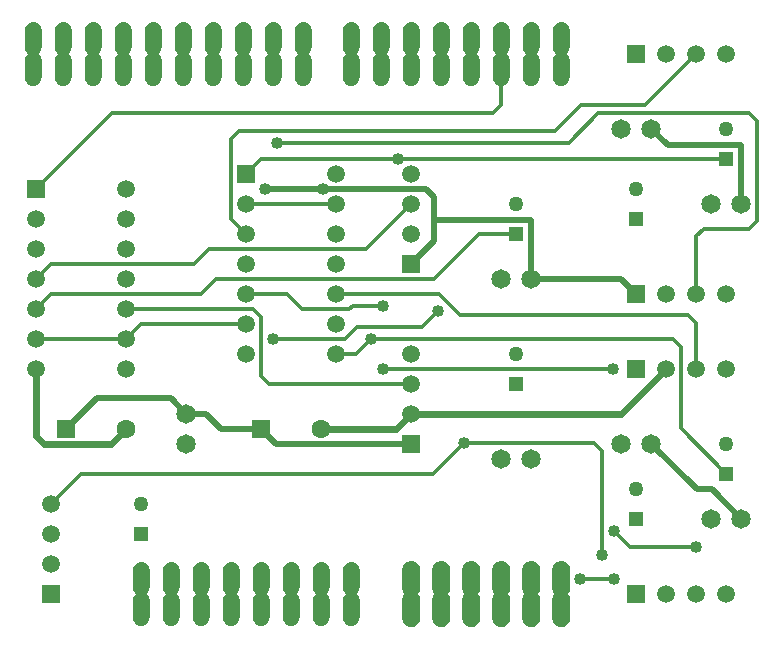
<source format=gbr>
G04 DipTrace 2.4.0.2*
%INTop.gbr*%
%MOIN*%
%ADD14C,0.02*%
%ADD15C,0.024*%
%ADD16C,0.013*%
%ADD18C,0.05*%
%ADD19R,0.05X0.05*%
%ADD20R,0.0591X0.0591*%
%ADD21C,0.0591*%
%ADD22C,0.065*%
%ADD23C,0.063*%
%ADD24R,0.063X0.063*%
%ADD25C,0.04*%
%FSLAX44Y44*%
G04*
G70*
G90*
G75*
G01*
%LNTop*%
%LPD*%
X25940Y20940D2*
D14*
X26495Y20385D1*
X28940D1*
Y18440D1*
X25440Y15440D2*
X24940Y15940D1*
X21940D1*
X17940Y10440D2*
X15907D1*
X15897Y10430D1*
X13450D1*
X12940Y10940D1*
X25940Y10440D2*
X27465Y8915D1*
X27965D1*
X28940Y7940D1*
X21940Y15940D2*
Y17885D1*
X18690D1*
Y18680D1*
X18430Y18940D1*
X14998D1*
X13065D1*
X18690Y17885D2*
Y17190D1*
X17940Y16440D1*
X10440Y11440D2*
X9920Y11960D1*
X7460D1*
X6440Y10940D1*
X12940D2*
X11606D1*
X11106Y11440D1*
X10440D1*
X24295Y6731D2*
D16*
Y10200D1*
X24035Y10460D1*
X19710D1*
X18670Y9421D1*
X6921D1*
X5940Y8440D1*
X5440Y13940D2*
X8440D1*
X23570Y5940D2*
X24690D1*
X12440Y18440D2*
X15440D1*
X8440Y13940D2*
X8940Y14440D1*
X12440D1*
X20940Y22940D2*
Y21720D1*
X20680Y21460D1*
X7960D1*
X5440Y18940D1*
X21440Y17440D2*
X20215D1*
X18705Y15930D1*
X11448D1*
X10948Y15430D1*
X5930D1*
X5440Y14940D1*
X13325Y13930D2*
X15733D1*
X16128Y14325D1*
X18295D1*
X18825Y14855D1*
X17498Y19940D2*
X12940D1*
X12440Y19440D1*
X28440Y19940D2*
X25460D1*
X17498D1*
X24680Y12930D2*
X16990D1*
Y15045D2*
X15988D1*
X15873Y14930D1*
X14301D1*
X13791Y15440D1*
X12440D1*
X15440Y13440D2*
X16105D1*
X16595Y13930D1*
X26670D1*
X26930Y13670D1*
Y10950D1*
X28440Y9440D1*
X14940Y10940D2*
D15*
X17440D1*
X17940Y11440D1*
X5440Y12940D2*
Y10690D1*
X5700Y10430D1*
X7930D1*
X8440Y10940D1*
X17940Y11440D2*
X24940D1*
X26440Y12940D1*
X13460Y20470D2*
D16*
X23187D1*
X24177Y21460D1*
X29200D1*
X29460Y21200D1*
Y17869D1*
X29200Y17610D1*
X27700D1*
X27440Y17350D1*
Y15440D1*
X5440Y15940D2*
X5930Y16430D1*
X10688D1*
X11188Y16930D1*
X16430D1*
X17940Y18440D1*
X8440Y14940D2*
X12670D1*
X12930Y14680D1*
Y12700D1*
X13190Y12440D1*
X17940D1*
X12440Y17440D2*
X11950Y17930D1*
Y20605D1*
X12210Y20865D1*
X22735D1*
X23590Y21720D1*
X25720D1*
X27440Y23440D1*
Y6990D2*
X25220D1*
X24690Y7520D1*
X15440Y15440D2*
X18860D1*
X19580Y14720D1*
X27180D1*
X27440Y14460D1*
Y12940D1*
D25*
X13065Y18940D3*
X14998D3*
X19710Y10460D3*
X24295Y6731D3*
X24690Y5940D3*
X23570D3*
X18825Y14855D3*
X13325Y13930D3*
X17498Y19940D3*
X16990Y12930D3*
X24680D3*
X16990Y15045D3*
X16595Y13930D3*
X13460Y20470D3*
X24690Y7520D3*
X27440Y6990D3*
G36*
X17640Y5240D2*
X17658Y5343D1*
X17710Y5433D1*
X17790Y5500D1*
X17888Y5536D1*
X17992D1*
X18090Y5500D1*
X18170Y5433D1*
X18222Y5343D1*
X18240Y5240D1*
Y4640D1*
X18222Y4538D1*
X18170Y4448D1*
X18090Y4380D1*
X17993Y4345D1*
X17888D1*
X17790Y4380D1*
X17711Y4447D1*
X17658Y4537D1*
X17640Y4640D1*
Y5240D1*
G37*
G36*
X18640D2*
X18658Y5343D1*
X18710Y5433D1*
X18790Y5500D1*
X18888Y5536D1*
X18992D1*
X19090Y5500D1*
X19170Y5433D1*
X19222Y5343D1*
X19240Y5240D1*
Y4640D1*
X19222Y4538D1*
X19170Y4448D1*
X19090Y4380D1*
X18993Y4345D1*
X18888D1*
X18790Y4380D1*
X18711Y4447D1*
X18658Y4537D1*
X18640Y4640D1*
Y5240D1*
G37*
G36*
X19640D2*
X19658Y5343D1*
X19710Y5433D1*
X19790Y5500D1*
X19888Y5536D1*
X19992D1*
X20090Y5500D1*
X20170Y5433D1*
X20222Y5343D1*
X20240Y5240D1*
Y4640D1*
X20222Y4538D1*
X20170Y4448D1*
X20090Y4380D1*
X19993Y4345D1*
X19888D1*
X19790Y4380D1*
X19711Y4447D1*
X19658Y4537D1*
X19640Y4640D1*
Y5240D1*
G37*
G36*
X20640D2*
X20658Y5343D1*
X20710Y5433D1*
X20790Y5500D1*
X20888Y5536D1*
X20992D1*
X21090Y5500D1*
X21170Y5433D1*
X21222Y5343D1*
X21240Y5240D1*
Y4640D1*
X21222Y4538D1*
X21170Y4448D1*
X21090Y4380D1*
X20993Y4345D1*
X20888D1*
X20790Y4380D1*
X20711Y4447D1*
X20658Y4537D1*
X20640Y4640D1*
Y5240D1*
G37*
G36*
X21640D2*
X21658Y5343D1*
X21710Y5433D1*
X21790Y5500D1*
X21888Y5536D1*
X21992D1*
X22090Y5500D1*
X22170Y5433D1*
X22222Y5343D1*
X22240Y5240D1*
Y4640D1*
X22222Y4538D1*
X22170Y4448D1*
X22090Y4380D1*
X21993Y4345D1*
X21888D1*
X21790Y4380D1*
X21711Y4447D1*
X21658Y4537D1*
X21640Y4640D1*
Y5240D1*
G37*
G36*
X22640D2*
X22658Y5343D1*
X22710Y5433D1*
X22790Y5500D1*
X22888Y5536D1*
X22992D1*
X23090Y5500D1*
X23170Y5433D1*
X23222Y5343D1*
X23240Y5240D1*
Y4640D1*
X23222Y4538D1*
X23170Y4448D1*
X23090Y4380D1*
X22993Y4345D1*
X22888D1*
X22790Y4380D1*
X22711Y4447D1*
X22658Y4537D1*
X22640Y4640D1*
Y5240D1*
G37*
G36*
X23227Y23653D2*
X23210Y23555D1*
X23160Y23469D1*
X23084Y23405D1*
X22990Y23371D1*
X22891Y23370D1*
X22797Y23404D1*
X22720Y23468D1*
X22671Y23555D1*
X22653Y23653D1*
Y24227D1*
X22670Y24325D1*
X22720Y24411D1*
X22796Y24476D1*
X22890Y24510D1*
X22990D1*
X23083Y24476D1*
X23160Y24412D1*
X23210Y24326D1*
X23227Y24227D1*
Y23653D1*
G37*
G36*
X22227D2*
X22210Y23555D1*
X22160Y23469D1*
X22084Y23405D1*
X21990Y23371D1*
X21891Y23370D1*
X21797Y23404D1*
X21720Y23468D1*
X21671Y23555D1*
X21653Y23653D1*
Y24227D1*
X21670Y24325D1*
X21720Y24411D1*
X21796Y24476D1*
X21890Y24510D1*
X21990D1*
X22083Y24476D1*
X22160Y24412D1*
X22210Y24326D1*
X22227Y24227D1*
Y23653D1*
G37*
G36*
X21227D2*
X21210Y23555D1*
X21160Y23469D1*
X21084Y23405D1*
X20990Y23371D1*
X20891Y23370D1*
X20797Y23404D1*
X20720Y23468D1*
X20671Y23555D1*
X20653Y23653D1*
Y24227D1*
X20670Y24325D1*
X20720Y24411D1*
X20796Y24476D1*
X20890Y24510D1*
X20990D1*
X21083Y24476D1*
X21160Y24412D1*
X21210Y24326D1*
X21227Y24227D1*
Y23653D1*
G37*
G36*
X20227D2*
X20210Y23555D1*
X20160Y23469D1*
X20084Y23405D1*
X19990Y23371D1*
X19891Y23370D1*
X19797Y23404D1*
X19720Y23468D1*
X19671Y23555D1*
X19653Y23653D1*
Y24227D1*
X19670Y24325D1*
X19720Y24411D1*
X19796Y24476D1*
X19890Y24510D1*
X19990D1*
X20083Y24476D1*
X20160Y24412D1*
X20210Y24326D1*
X20227Y24227D1*
Y23653D1*
G37*
G36*
X19227D2*
X19210Y23555D1*
X19160Y23469D1*
X19084Y23405D1*
X18990Y23371D1*
X18891Y23370D1*
X18797Y23404D1*
X18720Y23468D1*
X18671Y23555D1*
X18653Y23653D1*
Y24227D1*
X18670Y24325D1*
X18720Y24411D1*
X18796Y24476D1*
X18890Y24510D1*
X18990D1*
X19083Y24476D1*
X19160Y24412D1*
X19210Y24326D1*
X19227Y24227D1*
Y23653D1*
G37*
G36*
X18227D2*
X18210Y23555D1*
X18160Y23469D1*
X18084Y23405D1*
X17990Y23371D1*
X17891Y23370D1*
X17797Y23404D1*
X17720Y23468D1*
X17671Y23555D1*
X17653Y23653D1*
Y24227D1*
X17670Y24325D1*
X17720Y24411D1*
X17796Y24476D1*
X17890Y24510D1*
X17990D1*
X18083Y24476D1*
X18160Y24412D1*
X18210Y24326D1*
X18227Y24227D1*
Y23653D1*
G37*
G36*
X17227D2*
X17210Y23555D1*
X17160Y23469D1*
X17084Y23405D1*
X16990Y23371D1*
X16891Y23370D1*
X16797Y23404D1*
X16720Y23468D1*
X16671Y23555D1*
X16653Y23653D1*
Y24227D1*
X16670Y24325D1*
X16720Y24411D1*
X16796Y24476D1*
X16890Y24510D1*
X16990D1*
X17083Y24476D1*
X17160Y24412D1*
X17210Y24326D1*
X17227Y24227D1*
Y23653D1*
G37*
G36*
X16227D2*
X16210Y23555D1*
X16160Y23469D1*
X16084Y23405D1*
X15990Y23371D1*
X15891Y23370D1*
X15797Y23404D1*
X15720Y23468D1*
X15671Y23555D1*
X15653Y23653D1*
Y24227D1*
X15670Y24325D1*
X15720Y24411D1*
X15796Y24476D1*
X15890Y24510D1*
X15990D1*
X16083Y24476D1*
X16160Y24412D1*
X16210Y24326D1*
X16227Y24227D1*
Y23653D1*
G37*
G36*
X8653Y5227D2*
X8670Y5325D1*
X8720Y5411D1*
X8796Y5476D1*
X8890Y5510D1*
X8990D1*
X9083Y5476D1*
X9160Y5412D1*
X9210Y5326D1*
X9227Y5227D1*
Y4653D1*
X9210Y4555D1*
X9160Y4469D1*
X9084Y4405D1*
X8990Y4371D1*
X8891Y4370D1*
X8797Y4404D1*
X8720Y4468D1*
X8671Y4555D1*
X8653Y4653D1*
Y5227D1*
G37*
G36*
X9653D2*
X9670Y5325D1*
X9720Y5411D1*
X9796Y5476D1*
X9890Y5510D1*
X9990D1*
X10083Y5476D1*
X10160Y5412D1*
X10210Y5326D1*
X10227Y5227D1*
Y4653D1*
X10210Y4555D1*
X10160Y4469D1*
X10084Y4405D1*
X9990Y4371D1*
X9891Y4370D1*
X9797Y4404D1*
X9720Y4468D1*
X9671Y4555D1*
X9653Y4653D1*
Y5227D1*
G37*
G36*
X10653D2*
X10670Y5325D1*
X10720Y5411D1*
X10796Y5476D1*
X10890Y5510D1*
X10990D1*
X11083Y5476D1*
X11160Y5412D1*
X11210Y5326D1*
X11227Y5227D1*
Y4653D1*
X11210Y4555D1*
X11160Y4469D1*
X11084Y4405D1*
X10990Y4371D1*
X10891Y4370D1*
X10797Y4404D1*
X10720Y4468D1*
X10671Y4555D1*
X10653Y4653D1*
Y5227D1*
G37*
G36*
X11653D2*
X11670Y5325D1*
X11720Y5411D1*
X11796Y5476D1*
X11890Y5510D1*
X11990D1*
X12083Y5476D1*
X12160Y5412D1*
X12210Y5326D1*
X12227Y5227D1*
Y4653D1*
X12210Y4555D1*
X12160Y4469D1*
X12084Y4405D1*
X11990Y4371D1*
X11891Y4370D1*
X11797Y4404D1*
X11720Y4468D1*
X11671Y4555D1*
X11653Y4653D1*
Y5227D1*
G37*
G36*
X12653D2*
X12670Y5325D1*
X12720Y5411D1*
X12796Y5476D1*
X12890Y5510D1*
X12990D1*
X13083Y5476D1*
X13160Y5412D1*
X13210Y5326D1*
X13227Y5227D1*
Y4653D1*
X13210Y4555D1*
X13160Y4469D1*
X13084Y4405D1*
X12990Y4371D1*
X12891Y4370D1*
X12797Y4404D1*
X12720Y4468D1*
X12671Y4555D1*
X12653Y4653D1*
Y5227D1*
G37*
G36*
X13653D2*
X13670Y5325D1*
X13720Y5411D1*
X13796Y5476D1*
X13890Y5510D1*
X13990D1*
X14083Y5476D1*
X14160Y5412D1*
X14210Y5326D1*
X14227Y5227D1*
Y4653D1*
X14210Y4555D1*
X14160Y4469D1*
X14084Y4405D1*
X13990Y4371D1*
X13891Y4370D1*
X13797Y4404D1*
X13720Y4468D1*
X13671Y4555D1*
X13653Y4653D1*
Y5227D1*
G37*
G36*
X14653D2*
X14670Y5325D1*
X14720Y5411D1*
X14796Y5476D1*
X14890Y5510D1*
X14990D1*
X15083Y5476D1*
X15160Y5412D1*
X15210Y5326D1*
X15227Y5227D1*
Y4653D1*
X15210Y4555D1*
X15160Y4469D1*
X15084Y4405D1*
X14990Y4371D1*
X14891Y4370D1*
X14797Y4404D1*
X14720Y4468D1*
X14671Y4555D1*
X14653Y4653D1*
Y5227D1*
G37*
G36*
X15653D2*
X15670Y5325D1*
X15720Y5411D1*
X15796Y5476D1*
X15890Y5510D1*
X15990D1*
X16083Y5476D1*
X16160Y5412D1*
X16210Y5326D1*
X16227Y5227D1*
Y4653D1*
X16210Y4555D1*
X16160Y4469D1*
X16084Y4405D1*
X15990Y4371D1*
X15891Y4370D1*
X15797Y4404D1*
X15720Y4468D1*
X15671Y4555D1*
X15653Y4653D1*
Y5227D1*
G37*
G36*
X14627Y23653D2*
X14610Y23555D1*
X14560Y23469D1*
X14484Y23405D1*
X14390Y23371D1*
X14291Y23370D1*
X14197Y23404D1*
X14120Y23468D1*
X14071Y23555D1*
X14053Y23653D1*
Y24227D1*
X14070Y24325D1*
X14120Y24411D1*
X14196Y24476D1*
X14290Y24510D1*
X14390D1*
X14483Y24476D1*
X14560Y24412D1*
X14610Y24326D1*
X14627Y24227D1*
Y23653D1*
G37*
G36*
X13627D2*
X13610Y23555D1*
X13560Y23469D1*
X13484Y23405D1*
X13390Y23371D1*
X13291Y23370D1*
X13197Y23404D1*
X13120Y23468D1*
X13071Y23555D1*
X13053Y23653D1*
Y24227D1*
X13070Y24325D1*
X13120Y24411D1*
X13196Y24476D1*
X13290Y24510D1*
X13390D1*
X13483Y24476D1*
X13560Y24412D1*
X13610Y24326D1*
X13627Y24227D1*
Y23653D1*
G37*
G36*
X12627D2*
X12610Y23555D1*
X12560Y23469D1*
X12484Y23405D1*
X12390Y23371D1*
X12291Y23370D1*
X12197Y23404D1*
X12120Y23468D1*
X12071Y23555D1*
X12053Y23653D1*
Y24227D1*
X12070Y24325D1*
X12120Y24411D1*
X12196Y24476D1*
X12290Y24510D1*
X12390D1*
X12483Y24476D1*
X12560Y24412D1*
X12610Y24326D1*
X12627Y24227D1*
Y23653D1*
G37*
G36*
X11627D2*
X11610Y23555D1*
X11560Y23469D1*
X11484Y23405D1*
X11390Y23371D1*
X11291Y23370D1*
X11197Y23404D1*
X11120Y23468D1*
X11071Y23555D1*
X11053Y23653D1*
Y24227D1*
X11070Y24325D1*
X11120Y24411D1*
X11196Y24476D1*
X11290Y24510D1*
X11390D1*
X11483Y24476D1*
X11560Y24412D1*
X11610Y24326D1*
X11627Y24227D1*
Y23653D1*
G37*
G36*
X10627D2*
X10610Y23555D1*
X10560Y23469D1*
X10484Y23405D1*
X10390Y23371D1*
X10291Y23370D1*
X10197Y23404D1*
X10120Y23468D1*
X10071Y23555D1*
X10053Y23653D1*
Y24227D1*
X10070Y24325D1*
X10120Y24411D1*
X10196Y24476D1*
X10290Y24510D1*
X10390D1*
X10483Y24476D1*
X10560Y24412D1*
X10610Y24326D1*
X10627Y24227D1*
Y23653D1*
G37*
G36*
X9627D2*
X9610Y23555D1*
X9560Y23469D1*
X9484Y23405D1*
X9390Y23371D1*
X9291Y23370D1*
X9197Y23404D1*
X9120Y23468D1*
X9071Y23555D1*
X9053Y23653D1*
Y24227D1*
X9070Y24325D1*
X9120Y24411D1*
X9196Y24476D1*
X9290Y24510D1*
X9390D1*
X9483Y24476D1*
X9560Y24412D1*
X9610Y24326D1*
X9627Y24227D1*
Y23653D1*
G37*
G36*
X8627D2*
X8610Y23555D1*
X8560Y23469D1*
X8484Y23405D1*
X8390Y23371D1*
X8291Y23370D1*
X8197Y23404D1*
X8120Y23468D1*
X8071Y23555D1*
X8053Y23653D1*
Y24227D1*
X8070Y24325D1*
X8120Y24411D1*
X8196Y24476D1*
X8290Y24510D1*
X8390D1*
X8483Y24476D1*
X8560Y24412D1*
X8610Y24326D1*
X8627Y24227D1*
Y23653D1*
G37*
G36*
X7627D2*
X7610Y23555D1*
X7560Y23469D1*
X7484Y23405D1*
X7390Y23371D1*
X7291Y23370D1*
X7197Y23404D1*
X7120Y23468D1*
X7071Y23555D1*
X7053Y23653D1*
Y24227D1*
X7070Y24325D1*
X7120Y24411D1*
X7196Y24476D1*
X7290Y24510D1*
X7390D1*
X7483Y24476D1*
X7560Y24412D1*
X7610Y24326D1*
X7627Y24227D1*
Y23653D1*
G37*
G36*
X6627D2*
X6610Y23555D1*
X6560Y23469D1*
X6484Y23405D1*
X6390Y23371D1*
X6291Y23370D1*
X6197Y23404D1*
X6120Y23468D1*
X6071Y23555D1*
X6053Y23653D1*
Y24227D1*
X6070Y24325D1*
X6120Y24411D1*
X6196Y24476D1*
X6290Y24510D1*
X6390D1*
X6483Y24476D1*
X6560Y24412D1*
X6610Y24326D1*
X6627Y24227D1*
Y23653D1*
G37*
G36*
X5627D2*
X5610Y23555D1*
X5560Y23469D1*
X5484Y23405D1*
X5390Y23371D1*
X5291Y23370D1*
X5197Y23404D1*
X5120Y23468D1*
X5071Y23555D1*
X5053Y23653D1*
Y24227D1*
X5070Y24325D1*
X5120Y24411D1*
X5196Y24476D1*
X5290Y24510D1*
X5390D1*
X5483Y24476D1*
X5560Y24412D1*
X5610Y24326D1*
X5627Y24227D1*
Y23653D1*
G37*
G36*
X14627Y22653D2*
X14610Y22555D1*
X14560Y22469D1*
X14484Y22405D1*
X14390Y22371D1*
X14291Y22370D1*
X14197Y22404D1*
X14120Y22468D1*
X14071Y22555D1*
X14053Y22653D1*
Y23227D1*
X14070Y23325D1*
X14120Y23411D1*
X14196Y23476D1*
X14290Y23510D1*
X14390D1*
X14483Y23476D1*
X14560Y23412D1*
X14610Y23326D1*
X14627Y23227D1*
Y22653D1*
G37*
G36*
X13627D2*
X13610Y22555D1*
X13560Y22469D1*
X13484Y22405D1*
X13390Y22371D1*
X13291Y22370D1*
X13197Y22404D1*
X13120Y22468D1*
X13071Y22555D1*
X13053Y22653D1*
Y23227D1*
X13070Y23325D1*
X13120Y23411D1*
X13196Y23476D1*
X13290Y23510D1*
X13390D1*
X13483Y23476D1*
X13560Y23412D1*
X13610Y23326D1*
X13627Y23227D1*
Y22653D1*
G37*
G36*
X12627D2*
X12610Y22555D1*
X12560Y22469D1*
X12484Y22405D1*
X12390Y22371D1*
X12291Y22370D1*
X12197Y22404D1*
X12120Y22468D1*
X12071Y22555D1*
X12053Y22653D1*
Y23227D1*
X12070Y23325D1*
X12120Y23411D1*
X12196Y23476D1*
X12290Y23510D1*
X12390D1*
X12483Y23476D1*
X12560Y23412D1*
X12610Y23326D1*
X12627Y23227D1*
Y22653D1*
G37*
G36*
X11627D2*
X11610Y22555D1*
X11560Y22469D1*
X11484Y22405D1*
X11390Y22371D1*
X11291Y22370D1*
X11197Y22404D1*
X11120Y22468D1*
X11071Y22555D1*
X11053Y22653D1*
Y23227D1*
X11070Y23325D1*
X11120Y23411D1*
X11196Y23476D1*
X11290Y23510D1*
X11390D1*
X11483Y23476D1*
X11560Y23412D1*
X11610Y23326D1*
X11627Y23227D1*
Y22653D1*
G37*
G36*
X10627D2*
X10610Y22555D1*
X10560Y22469D1*
X10484Y22405D1*
X10390Y22371D1*
X10291Y22370D1*
X10197Y22404D1*
X10120Y22468D1*
X10071Y22555D1*
X10053Y22653D1*
Y23227D1*
X10070Y23325D1*
X10120Y23411D1*
X10196Y23476D1*
X10290Y23510D1*
X10390D1*
X10483Y23476D1*
X10560Y23412D1*
X10610Y23326D1*
X10627Y23227D1*
Y22653D1*
G37*
G36*
X9627D2*
X9610Y22555D1*
X9560Y22469D1*
X9484Y22405D1*
X9390Y22371D1*
X9291Y22370D1*
X9197Y22404D1*
X9120Y22468D1*
X9071Y22555D1*
X9053Y22653D1*
Y23227D1*
X9070Y23325D1*
X9120Y23411D1*
X9196Y23476D1*
X9290Y23510D1*
X9390D1*
X9483Y23476D1*
X9560Y23412D1*
X9610Y23326D1*
X9627Y23227D1*
Y22653D1*
G37*
G36*
X8627D2*
X8610Y22555D1*
X8560Y22469D1*
X8484Y22405D1*
X8390Y22371D1*
X8291Y22370D1*
X8197Y22404D1*
X8120Y22468D1*
X8071Y22555D1*
X8053Y22653D1*
Y23227D1*
X8070Y23325D1*
X8120Y23411D1*
X8196Y23476D1*
X8290Y23510D1*
X8390D1*
X8483Y23476D1*
X8560Y23412D1*
X8610Y23326D1*
X8627Y23227D1*
Y22653D1*
G37*
G36*
X7627D2*
X7610Y22555D1*
X7560Y22469D1*
X7484Y22405D1*
X7390Y22371D1*
X7291Y22370D1*
X7197Y22404D1*
X7120Y22468D1*
X7071Y22555D1*
X7053Y22653D1*
Y23227D1*
X7070Y23325D1*
X7120Y23411D1*
X7196Y23476D1*
X7290Y23510D1*
X7390D1*
X7483Y23476D1*
X7560Y23412D1*
X7610Y23326D1*
X7627Y23227D1*
Y22653D1*
G37*
G36*
X6627D2*
X6610Y22555D1*
X6560Y22469D1*
X6484Y22405D1*
X6390Y22371D1*
X6291Y22370D1*
X6197Y22404D1*
X6120Y22468D1*
X6071Y22555D1*
X6053Y22653D1*
Y23227D1*
X6070Y23325D1*
X6120Y23411D1*
X6196Y23476D1*
X6290Y23510D1*
X6390D1*
X6483Y23476D1*
X6560Y23412D1*
X6610Y23326D1*
X6627Y23227D1*
Y22653D1*
G37*
G36*
X5627D2*
X5610Y22555D1*
X5560Y22469D1*
X5484Y22405D1*
X5390Y22371D1*
X5291Y22370D1*
X5197Y22404D1*
X5120Y22468D1*
X5071Y22555D1*
X5053Y22653D1*
Y23227D1*
X5070Y23325D1*
X5120Y23411D1*
X5196Y23476D1*
X5290Y23510D1*
X5390D1*
X5483Y23476D1*
X5560Y23412D1*
X5610Y23326D1*
X5627Y23227D1*
Y22653D1*
G37*
G36*
X23227D2*
X23210Y22555D1*
X23160Y22469D1*
X23084Y22405D1*
X22990Y22371D1*
X22891Y22370D1*
X22797Y22404D1*
X22720Y22468D1*
X22671Y22555D1*
X22653Y22653D1*
Y23227D1*
X22670Y23325D1*
X22720Y23411D1*
X22796Y23476D1*
X22890Y23510D1*
X22990D1*
X23083Y23476D1*
X23160Y23412D1*
X23210Y23326D1*
X23227Y23227D1*
Y22653D1*
G37*
G36*
X22227D2*
X22210Y22555D1*
X22160Y22469D1*
X22084Y22405D1*
X21990Y22371D1*
X21891Y22370D1*
X21797Y22404D1*
X21720Y22468D1*
X21671Y22555D1*
X21653Y22653D1*
Y23227D1*
X21670Y23325D1*
X21720Y23411D1*
X21796Y23476D1*
X21890Y23510D1*
X21990D1*
X22083Y23476D1*
X22160Y23412D1*
X22210Y23326D1*
X22227Y23227D1*
Y22653D1*
G37*
G36*
X21227D2*
X21210Y22555D1*
X21160Y22469D1*
X21084Y22405D1*
X20990Y22371D1*
X20891Y22370D1*
X20797Y22404D1*
X20720Y22468D1*
X20671Y22555D1*
X20653Y22653D1*
Y23227D1*
X20670Y23325D1*
X20720Y23411D1*
X20796Y23476D1*
X20890Y23510D1*
X20990D1*
X21083Y23476D1*
X21160Y23412D1*
X21210Y23326D1*
X21227Y23227D1*
Y22653D1*
G37*
G36*
X20227D2*
X20210Y22555D1*
X20160Y22469D1*
X20084Y22405D1*
X19990Y22371D1*
X19891Y22370D1*
X19797Y22404D1*
X19720Y22468D1*
X19671Y22555D1*
X19653Y22653D1*
Y23227D1*
X19670Y23325D1*
X19720Y23411D1*
X19796Y23476D1*
X19890Y23510D1*
X19990D1*
X20083Y23476D1*
X20160Y23412D1*
X20210Y23326D1*
X20227Y23227D1*
Y22653D1*
G37*
G36*
X19227D2*
X19210Y22555D1*
X19160Y22469D1*
X19084Y22405D1*
X18990Y22371D1*
X18891Y22370D1*
X18797Y22404D1*
X18720Y22468D1*
X18671Y22555D1*
X18653Y22653D1*
Y23227D1*
X18670Y23325D1*
X18720Y23411D1*
X18796Y23476D1*
X18890Y23510D1*
X18990D1*
X19083Y23476D1*
X19160Y23412D1*
X19210Y23326D1*
X19227Y23227D1*
Y22653D1*
G37*
G36*
X18227D2*
X18210Y22555D1*
X18160Y22469D1*
X18084Y22405D1*
X17990Y22371D1*
X17891Y22370D1*
X17797Y22404D1*
X17720Y22468D1*
X17671Y22555D1*
X17653Y22653D1*
Y23227D1*
X17670Y23325D1*
X17720Y23411D1*
X17796Y23476D1*
X17890Y23510D1*
X17990D1*
X18083Y23476D1*
X18160Y23412D1*
X18210Y23326D1*
X18227Y23227D1*
Y22653D1*
G37*
G36*
X17227D2*
X17210Y22555D1*
X17160Y22469D1*
X17084Y22405D1*
X16990Y22371D1*
X16891Y22370D1*
X16797Y22404D1*
X16720Y22468D1*
X16671Y22555D1*
X16653Y22653D1*
Y23227D1*
X16670Y23325D1*
X16720Y23411D1*
X16796Y23476D1*
X16890Y23510D1*
X16990D1*
X17083Y23476D1*
X17160Y23412D1*
X17210Y23326D1*
X17227Y23227D1*
Y22653D1*
G37*
G36*
X16227D2*
X16210Y22555D1*
X16160Y22469D1*
X16084Y22405D1*
X15990Y22371D1*
X15891Y22370D1*
X15797Y22404D1*
X15720Y22468D1*
X15671Y22555D1*
X15653Y22653D1*
Y23227D1*
X15670Y23325D1*
X15720Y23411D1*
X15796Y23476D1*
X15890Y23510D1*
X15990D1*
X16083Y23476D1*
X16160Y23412D1*
X16210Y23326D1*
X16227Y23227D1*
Y22653D1*
G37*
G36*
X17640Y6240D2*
X17658Y6343D1*
X17710Y6433D1*
X17790Y6500D1*
X17888Y6536D1*
X17992D1*
X18090Y6500D1*
X18170Y6433D1*
X18222Y6343D1*
X18240Y6240D1*
Y5640D1*
X18222Y5538D1*
X18170Y5448D1*
X18090Y5380D1*
X17993Y5345D1*
X17888D1*
X17790Y5380D1*
X17711Y5447D1*
X17658Y5537D1*
X17640Y5640D1*
Y6240D1*
G37*
G36*
X18640D2*
X18658Y6343D1*
X18710Y6433D1*
X18790Y6500D1*
X18888Y6536D1*
X18992D1*
X19090Y6500D1*
X19170Y6433D1*
X19222Y6343D1*
X19240Y6240D1*
Y5640D1*
X19222Y5538D1*
X19170Y5448D1*
X19090Y5380D1*
X18993Y5345D1*
X18888D1*
X18790Y5380D1*
X18711Y5447D1*
X18658Y5537D1*
X18640Y5640D1*
Y6240D1*
G37*
G36*
X19640D2*
X19658Y6343D1*
X19710Y6433D1*
X19790Y6500D1*
X19888Y6536D1*
X19992D1*
X20090Y6500D1*
X20170Y6433D1*
X20222Y6343D1*
X20240Y6240D1*
Y5640D1*
X20222Y5538D1*
X20170Y5448D1*
X20090Y5380D1*
X19993Y5345D1*
X19888D1*
X19790Y5380D1*
X19711Y5447D1*
X19658Y5537D1*
X19640Y5640D1*
Y6240D1*
G37*
G36*
X20640D2*
X20658Y6343D1*
X20710Y6433D1*
X20790Y6500D1*
X20888Y6536D1*
X20992D1*
X21090Y6500D1*
X21170Y6433D1*
X21222Y6343D1*
X21240Y6240D1*
Y5640D1*
X21222Y5538D1*
X21170Y5448D1*
X21090Y5380D1*
X20993Y5345D1*
X20888D1*
X20790Y5380D1*
X20711Y5447D1*
X20658Y5537D1*
X20640Y5640D1*
Y6240D1*
G37*
G36*
X21640D2*
X21658Y6343D1*
X21710Y6433D1*
X21790Y6500D1*
X21888Y6536D1*
X21992D1*
X22090Y6500D1*
X22170Y6433D1*
X22222Y6343D1*
X22240Y6240D1*
Y5640D1*
X22222Y5538D1*
X22170Y5448D1*
X22090Y5380D1*
X21993Y5345D1*
X21888D1*
X21790Y5380D1*
X21711Y5447D1*
X21658Y5537D1*
X21640Y5640D1*
Y6240D1*
G37*
G36*
X22640D2*
X22658Y6343D1*
X22710Y6433D1*
X22790Y6500D1*
X22888Y6536D1*
X22992D1*
X23090Y6500D1*
X23170Y6433D1*
X23222Y6343D1*
X23240Y6240D1*
Y5640D1*
X23222Y5538D1*
X23170Y5448D1*
X23090Y5380D1*
X22993Y5345D1*
X22888D1*
X22790Y5380D1*
X22711Y5447D1*
X22658Y5537D1*
X22640Y5640D1*
Y6240D1*
G37*
G36*
X8653Y6227D2*
X8670Y6325D1*
X8720Y6411D1*
X8796Y6476D1*
X8890Y6510D1*
X8990D1*
X9083Y6476D1*
X9160Y6412D1*
X9210Y6326D1*
X9227Y6227D1*
Y5653D1*
X9210Y5555D1*
X9160Y5469D1*
X9084Y5405D1*
X8990Y5371D1*
X8891Y5370D1*
X8797Y5404D1*
X8720Y5468D1*
X8671Y5555D1*
X8653Y5653D1*
Y6227D1*
G37*
G36*
X9653D2*
X9670Y6325D1*
X9720Y6411D1*
X9796Y6476D1*
X9890Y6510D1*
X9990D1*
X10083Y6476D1*
X10160Y6412D1*
X10210Y6326D1*
X10227Y6227D1*
Y5653D1*
X10210Y5555D1*
X10160Y5469D1*
X10084Y5405D1*
X9990Y5371D1*
X9891Y5370D1*
X9797Y5404D1*
X9720Y5468D1*
X9671Y5555D1*
X9653Y5653D1*
Y6227D1*
G37*
G36*
X10653D2*
X10670Y6325D1*
X10720Y6411D1*
X10796Y6476D1*
X10890Y6510D1*
X10990D1*
X11083Y6476D1*
X11160Y6412D1*
X11210Y6326D1*
X11227Y6227D1*
Y5653D1*
X11210Y5555D1*
X11160Y5469D1*
X11084Y5405D1*
X10990Y5371D1*
X10891Y5370D1*
X10797Y5404D1*
X10720Y5468D1*
X10671Y5555D1*
X10653Y5653D1*
Y6227D1*
G37*
G36*
X11653D2*
X11670Y6325D1*
X11720Y6411D1*
X11796Y6476D1*
X11890Y6510D1*
X11990D1*
X12083Y6476D1*
X12160Y6412D1*
X12210Y6326D1*
X12227Y6227D1*
Y5653D1*
X12210Y5555D1*
X12160Y5469D1*
X12084Y5405D1*
X11990Y5371D1*
X11891Y5370D1*
X11797Y5404D1*
X11720Y5468D1*
X11671Y5555D1*
X11653Y5653D1*
Y6227D1*
G37*
G36*
X12653D2*
X12670Y6325D1*
X12720Y6411D1*
X12796Y6476D1*
X12890Y6510D1*
X12990D1*
X13083Y6476D1*
X13160Y6412D1*
X13210Y6326D1*
X13227Y6227D1*
Y5653D1*
X13210Y5555D1*
X13160Y5469D1*
X13084Y5405D1*
X12990Y5371D1*
X12891Y5370D1*
X12797Y5404D1*
X12720Y5468D1*
X12671Y5555D1*
X12653Y5653D1*
Y6227D1*
G37*
G36*
X13653D2*
X13670Y6325D1*
X13720Y6411D1*
X13796Y6476D1*
X13890Y6510D1*
X13990D1*
X14083Y6476D1*
X14160Y6412D1*
X14210Y6326D1*
X14227Y6227D1*
Y5653D1*
X14210Y5555D1*
X14160Y5469D1*
X14084Y5405D1*
X13990Y5371D1*
X13891Y5370D1*
X13797Y5404D1*
X13720Y5468D1*
X13671Y5555D1*
X13653Y5653D1*
Y6227D1*
G37*
G36*
X14653D2*
X14670Y6325D1*
X14720Y6411D1*
X14796Y6476D1*
X14890Y6510D1*
X14990D1*
X15083Y6476D1*
X15160Y6412D1*
X15210Y6326D1*
X15227Y6227D1*
Y5653D1*
X15210Y5555D1*
X15160Y5469D1*
X15084Y5405D1*
X14990Y5371D1*
X14891Y5370D1*
X14797Y5404D1*
X14720Y5468D1*
X14671Y5555D1*
X14653Y5653D1*
Y6227D1*
G37*
G36*
X15653D2*
X15670Y6325D1*
X15720Y6411D1*
X15796Y6476D1*
X15890Y6510D1*
X15990D1*
X16083Y6476D1*
X16160Y6412D1*
X16210Y6326D1*
X16227Y6227D1*
Y5653D1*
X16210Y5555D1*
X16160Y5469D1*
X16084Y5405D1*
X15990Y5371D1*
X15891Y5370D1*
X15797Y5404D1*
X15720Y5468D1*
X15671Y5555D1*
X15653Y5653D1*
Y6227D1*
G37*
D18*
X8940Y8440D3*
D19*
Y7440D3*
D18*
X21440Y18440D3*
D19*
Y17440D3*
D18*
Y13440D3*
D19*
Y12440D3*
D18*
X28440Y20940D3*
D19*
Y19940D3*
D18*
X25440Y18940D3*
D19*
Y17940D3*
D18*
X28440Y10440D3*
D19*
Y9440D3*
D18*
X25440Y8940D3*
D19*
Y7940D3*
D20*
X5940Y5440D3*
D21*
Y6440D3*
Y7440D3*
Y8440D3*
D20*
X17940Y16440D3*
D21*
Y17440D3*
Y18440D3*
Y19440D3*
D20*
Y10440D3*
D21*
Y11440D3*
Y12440D3*
Y13440D3*
D20*
X25440Y23440D3*
D21*
X26440D3*
X27440D3*
X28440D3*
D20*
X25440Y15440D3*
D21*
X26440D3*
X27440D3*
X28440D3*
D20*
X25440Y12940D3*
D21*
X26440D3*
X27440D3*
X28440D3*
D20*
X25440Y5440D3*
D21*
X26440D3*
X27440D3*
X28440D3*
D22*
X10440Y10440D3*
Y11440D3*
X20940Y15940D3*
X21940D3*
X20940Y9940D3*
X21940D3*
X27940Y18440D3*
X28940D3*
X24940Y20940D3*
X25940D3*
X27940Y7940D3*
X28940D3*
X24940Y10440D3*
X25940D3*
D20*
X5440Y18940D3*
D21*
Y17940D3*
Y16940D3*
Y15940D3*
Y14940D3*
Y13940D3*
Y12940D3*
X8440D3*
Y13940D3*
Y14940D3*
Y15940D3*
Y16940D3*
Y17940D3*
Y18940D3*
D20*
X12440Y19440D3*
D21*
Y18440D3*
Y17440D3*
Y16440D3*
Y15440D3*
Y14440D3*
Y13440D3*
X15440D3*
Y14440D3*
Y15440D3*
Y16440D3*
Y17440D3*
Y18440D3*
Y19440D3*
D23*
X8440Y10940D3*
D24*
X6440D3*
D23*
X14940D3*
D24*
X12940D3*
M02*

</source>
